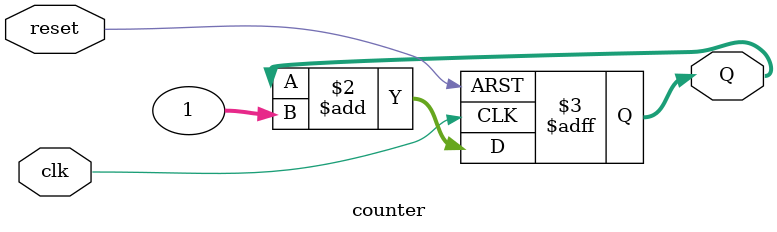
<source format=sv>
module counter(input  logic         clk, 
               input  logic         reset,
               output logic [31:0]  Q);

  always @ (posedge clk, posedge reset) begin
    if (reset)  Q <= 0;
    else        Q <= Q + 1; 
  end
endmodule

</source>
